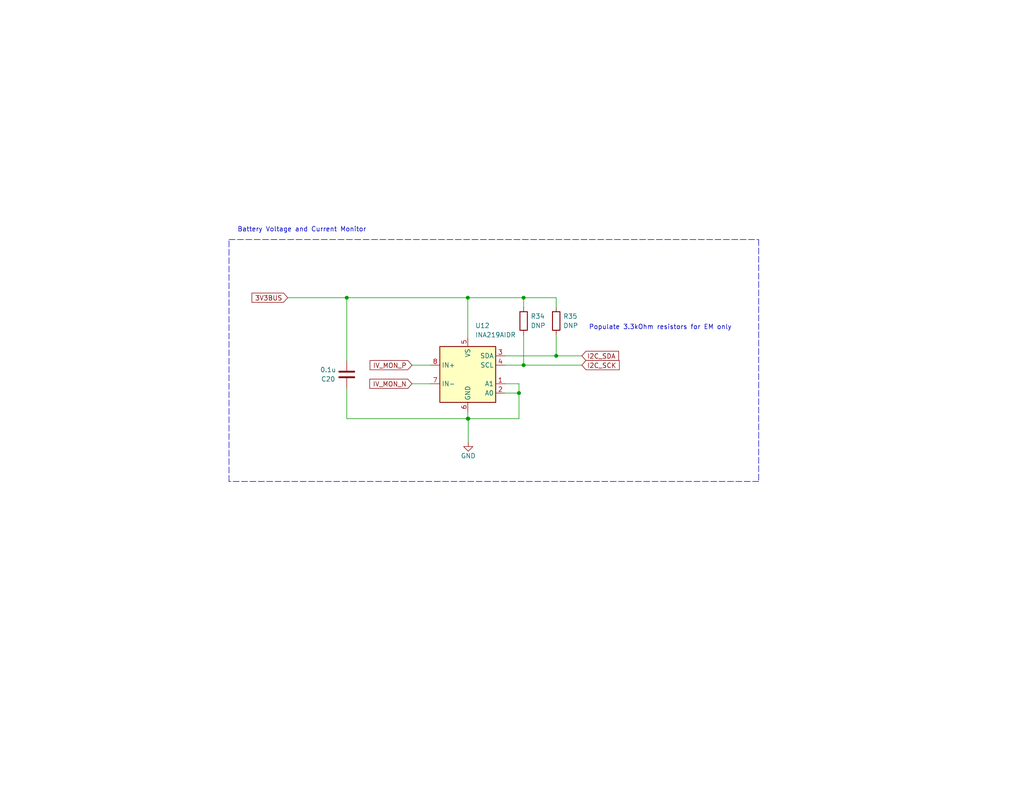
<source format=kicad_sch>
(kicad_sch (version 20211123) (generator eeschema)
  (paper "USLetter")
  (lib_symbols
    (symbol "Analog_ADC:INA219AxD"
      (property "Reference" "U" (at -6.35 8.89 0))
      (property "Value" "INA219AxD" (at 5.08 8.89 0))
      (symbol "INA219AxD_0_1"
        (rectangle (start -7.62 7.62) (end 7.62 -7.62) (stroke (width 0.254)) (fill (type background)))
      )
      (symbol "INA219AxD_1_1"
        (pin input line (at 10.16 -2.54 180) (length 2.54) (name "A1") (number "1"))
        (pin input line (at 10.16 -5.08 180) (length 2.54) (name "A0") (number "2"))
        (pin bidirectional line (at 10.16 5.08 180) (length 2.54) (name "SDA") (number "3"))
        (pin input line (at 10.16 2.54 180) (length 2.54) (name "SCL") (number "4"))
        (pin power_in line (at 0 10.16 270) (length 2.54) (name "VS") (number "5"))
        (pin power_in line (at 0 -10.16 90) (length 2.54) (name "GND") (number "6"))
        (pin input line (at -10.16 -2.54 0) (length 2.54) (name "IN-") (number "7"))
        (pin input line (at -10.16 2.54 0) (length 2.54) (name "IN+") (number "8"))
      )
    )
    (symbol "Device:C" (pin_numbers hide) (pin_names (offset 0.254))
      (property "Reference" "C" (at 0.635 2.54 0))
      (property "Value" "C" (at 0.635 -2.54 0))
      (symbol "C_0_1"
        (polyline (pts (xy -2.032 -0.762) (xy 2.032 -0.762)) (stroke (width 0.508)))
        (polyline (pts (xy -2.032 0.762) (xy 2.032 0.762)) (stroke (width 0.508)))
      )
      (symbol "C_1_1"
        (pin passive line (at 0 3.81 270) (length 2.794) (name "~") (number "1"))
        (pin passive line (at 0 -3.81 90) (length 2.794) (name "~") (number "2"))
      )
    )
    (symbol "Device:R" (pin_numbers hide) (pin_names (offset 0))
      (property "Reference" "R" (at 2.032 0 90))
      (property "Value" "R" (at 0 0 90))
      (symbol "R_0_1"
        (rectangle (start -1.016 -2.54) (end 1.016 2.54) (stroke (width 0.254)))
      )
      (symbol "R_1_1"
        (pin passive line (at 0 3.81 270) (length 1.27) (name "~") (number "1"))
        (pin passive line (at 0 -3.81 90) (length 1.27) (name "~") (number "2"))
      )
    )
    (symbol "power:GND" (power) (pin_names (offset 0))
      (property "Value" "GND" (at 0 -3.81 0))
      (symbol "GND_0_1"
        (polyline (pts (xy 0 0) (xy 0 -1.27) (xy 1.27 -1.27) (xy 0 -2.54) (xy -1.27 -1.27) (xy 0 -1.27)))
      )
      (symbol "GND_1_1"
        (pin power_in line (at 0 0 270) (length 0) hide (name "GND") (number "1"))
      )
    )
  )
  (junction (at 141.605 107.315))
  (junction (at 94.615 81.28))
  (junction (at 142.875 99.695))
  (junction (at 127.762 114.3))
  (junction (at 142.875 81.28))
  (junction (at 127.635 81.28))
  (junction (at 127.635 114.3))
  (junction (at 151.765 97.155))
  (wire (pts (xy 117.475 99.695) (xy 112.395 99.695)))
  (wire (pts (xy 78.486 81.28) (xy 94.615 81.28)))
  (wire (pts (xy 151.765 91.44) (xy 151.765 97.155)))
  (wire (pts (xy 94.615 81.28) (xy 94.615 98.425)))
  (polyline (pts (xy 62.484 131.445) (xy 62.484 65.405)))
  (wire (pts (xy 117.475 104.775) (xy 112.395 104.775)))
  (wire (pts (xy 142.875 91.44) (xy 142.875 99.695)))
  (polyline (pts (xy 207.01 131.445) (xy 62.484 131.445)))
  (wire (pts (xy 141.605 107.315) (xy 141.605 114.3)))
  (wire (pts (xy 127.635 81.28) (xy 142.875 81.28)))
  (wire (pts (xy 137.795 104.775) (xy 141.605 104.775)))
  (wire (pts (xy 142.875 81.28) (xy 151.765 81.28)))
  (polyline (pts (xy 207.01 65.405) (xy 207.01 131.445)))
  (wire (pts (xy 151.765 81.28) (xy 151.765 83.82)))
  (wire (pts (xy 94.615 81.28) (xy 127.635 81.28)))
  (wire (pts (xy 127.762 114.3) (xy 127.635 114.3)))
  (wire (pts (xy 151.765 97.155) (xy 158.75 97.155)))
  (wire (pts (xy 127.762 114.3) (xy 127.762 120.65)))
  (wire (pts (xy 142.875 99.695) (xy 158.75 99.695)))
  (polyline (pts (xy 62.484 65.405) (xy 207.01 65.405)))
  (wire (pts (xy 142.875 81.28) (xy 142.875 83.82)))
  (wire (pts (xy 137.795 107.315) (xy 141.605 107.315)))
  (wire (pts (xy 127.635 112.395) (xy 127.635 114.3)))
  (wire (pts (xy 94.615 106.045) (xy 94.615 114.3)))
  (wire (pts (xy 141.605 104.775) (xy 141.605 107.315)))
  (wire (pts (xy 137.795 99.695) (xy 142.875 99.695)))
  (wire (pts (xy 137.795 97.155) (xy 151.765 97.155)))
  (wire (pts (xy 94.615 114.3) (xy 127.635 114.3)))
  (wire (pts (xy 127.635 81.28) (xy 127.635 92.075)))
  (wire (pts (xy 141.605 114.3) (xy 127.762 114.3)))
  (text "Battery Voltage and Current Monitor" (at 64.77 63.5 0) (effects (font (size 1.27 1.27)) (justify left bottom)))
  (text "Populate 3.3kOhm resistors for EM only" (at 160.655 90.17 0) (effects (font (size 1.27 1.27)) (justify left bottom)))
  (global_label "IV_MON_N" (shape input) (at 112.395 104.775 180) (property "Intersheet References" "${INTERSHEET_REFS}" (effects hide)))
  (global_label "3V3BUS" (shape input) (at 78.486 81.28 180) (property "Intersheet References" "${INTERSHEET_REFS}" (effects hide)))
  (global_label "I2C_SDA" (shape input) (at 158.75 97.155 0) (property "Intersheet References" "${INTERSHEET_REFS}" (effects hide)))
  (global_label "I2C_SCK" (shape input) (at 158.75 99.695 0) (property "Intersheet References" "${INTERSHEET_REFS}" (effects hide)))
  (global_label "IV_MON_P" (shape input) (at 112.395 99.695 180) (property "Intersheet References" "${INTERSHEET_REFS}" (effects hide)))
  (symbol (lib_id "Device:R") (at 151.765 87.63 180) (unit 1)
    (property "Reference" "R35" (at 153.67 86.3599 0) (effects (justify right)))
    (property "Value" "DNP" (at 153.67 88.8999 0) (effects (justify right)))
    (property "Footprint" "Resistor_SMD:R_0402_1005Metric" (effects hide))
  )
  (symbol (lib_id "Device:R") (at 142.875 87.63 180) (unit 1)
    (property "Reference" "R34" (at 144.78 86.3599 0) (effects (justify right)))
    (property "Value" "DNP" (at 144.78 88.8999 0) (effects (justify right)))
    (property "Footprint" "Resistor_SMD:R_0402_1005Metric" (effects hide))
  )
  (symbol (lib_id "power:GND") (at 127.762 120.65 0) (unit 1)
    (property "Reference" "#PWR0117" (effects hide))
    (property "Value" "GND" (at 127.762 124.46 0))
  )
  (symbol (lib_id "Analog_ADC:INA219AxD") (at 127.635 102.235 0) (unit 1)
    (property "Reference" "U12" (at 129.6544 88.9 0) (effects (justify left)))
    (property "Value" "INA219AIDR" (at 129.6544 91.44 0) (effects (justify left)))
    (property "Footprint" "Package_SO:SOIC-8_3.9x4.9mm_P1.27mm" (effects hide))
    (property "Datasheet" "http://www.ti.com/lit/ds/symlink/ina219.pdf" (effects hide))
  )
  (symbol (lib_id "Device:C") (at 94.615 102.235 180) (unit 1)
    (property "Reference" "C20" (at 89.535 103.505 0))
    (property "Value" "0.1u" (at 89.535 100.965 0))
    (property "Footprint" "Capacitor_SMD:C_0402_1005Metric" (effects hide))
  )
)
</source>
